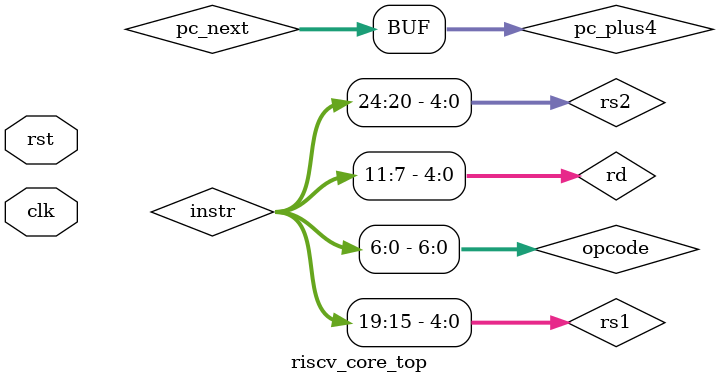
<source format=v>
`timescale 1ns / 1ps

module riscv_core_top(
  input clk,
  input rst
);

  wire [31 : 0] pc_out;
  wire [31 : 0] pc_seq;
  wire [31 : 0] pc_branch;
  wire [31 : 0] pc_next;
  
  wire [31 : 0] instr;
  
  wire [31 : 0] reg_read1;
  wire [31 : 0] reg_read2;
  
  wire [31 : 0] imm;
  
  wire [31 : 0] alu_in_b;
  wire [31 : 0] alu_result;
  
  wire [31 : 0] mem_read_data;
  wire [31 : 0] wb_data;
  
  wire          zero_flag;
  wire          pc_src;
  
  wire          regwrite;
  wire          memread;
  wire          memwrite;
  wire          memtoreg;
  wire          alusrc;
  wire          branch;
  
  wire [1 : 0]  aluop;
  wire [3 : 0]  alucontrol;
  
  wire [6 : 0]  opcode        = instr [6 : 0];
  wire [4 : 0]  rd            = instr [11 : 7];
  wire [2 : 0]  funct3        = instr [14 : 12];
  wire [4 : 0]  rs1           = instr [19 : 15];
  wire [4 : 0]  rs2           = instr [24 : 20];
  wire [6 : 0]  funct7        = instr [31 : 25];
  
  wire          is_jal        = (opcode == 7'b1101111);
  wire          is_jalr       = (opcode == 7'b1100111);
  
  wire [31 : 0] jal_target    = pc_seq + imm;
  wire [31 : 0] jalr_target   = {(reg_read1 + imm) & 32'hfffffffe};
  
  wire [31 : 0] chosen_target = is_jal ? jal_target : (is_jalr ? jalr_target : pc_branch);
  
  wire [31 : 0] pc_plus4      = pc_next;
  
  wire [31 : 0] final_wb      = (is_jal | is_jalr) ? pc_plus4 : wb_data;
  
  assign pc_src = (branch & zero_flag) | is_jal | is_jalr;
  
  program_counter program_counter_01 (
    .clk             (clk),
    .rst             (rst),
    
    .pc_in           (pc_out),
    
    .pc_out          (pc_seq)
  );
  
  pc_adder pc_adder_01 (
    .pc_in           (pc_seq),
    .pc_next         (pc_next)
  );
  
  branch_adder branch_adder_01 (
    .pc              (pc_seq),
    .offset          (imm),
    
    .branch_target   (pc_branch)
  );
  
  program_memory program_memory_01 (
    .read_address    (pc_seq),
    
    .instruction_out (instr)
  );
  
  main_control_unit main_control_unit_01 (
    .opcode          (opcode),
    
    .regwrite        (regwrite),
    .memread         (memread),
    .memwrite        (memwrite),
    .memtoreg        (memtoreg),
    .alusrc          (alusrc),
    .branch          (branch),
    .aluop           (aluop)
  );
  
  immediate_generator immediate_generator_01 (
    .instruction     (instr),
    
    .imm_out         (imm)
  );
  
  register_file register_file_01 (
    .clk             (clk),
    .rst             (rst),
    
    .regwrite        (regwrite),
    .rs1             (rs1),
    .rs2             (rs2),
    .rd              (rd),
    .write_data      (wb_data),
    
    .read_data1      (reg_read1),
    .read_data2      (reg_read2)
  );
  
  alu_control alu_control_01 (
    .funct3          (funct3),
    .funct7          (funct7),
    .alu_op          (aluop),
    
    .alu_control_out (alucontrol)
  );
  
  mux_2to_1 mux_2to_1_01 (
    .input0          (reg_read2),
    .input1          (imm),
    .select          (alusrc),
    
    .out             (alu_in_b)
  );
  
  alu alu_01 (
    .a               (reg_read1),
    .b               (alu_in_b),
    .alu_control_in  (alucontrol),
    
    .result          (alu_result),
    .zero            (zero_flag)
  );
  
  data_memory data_memory_01 (
    .clk             (clk),
    .rst             (rst),
    
    .memread         (memread),
    .memwrite        (memwrite),
    .memop           (funct3),
    .address         (alu_result),
    .write_data      (reg_read2),
    
    .read_data       (mem_read_data)
  );
  
  mux_2to_1 mux_2to_1_02 (
    .input0          (alu_result),
    .input1          (mem_read_data),
    .select          (memtoreg),
    
    .out             (wb_data)
  );
  
  pc_mux pc_mux_01 (
    .pc_seq          (pc_next),
    .pc_branch       (chosen_target),
    .pc_select       (pc_src),
    
    .pc_out          (pc_out)
  );
  
endmodule

</source>
